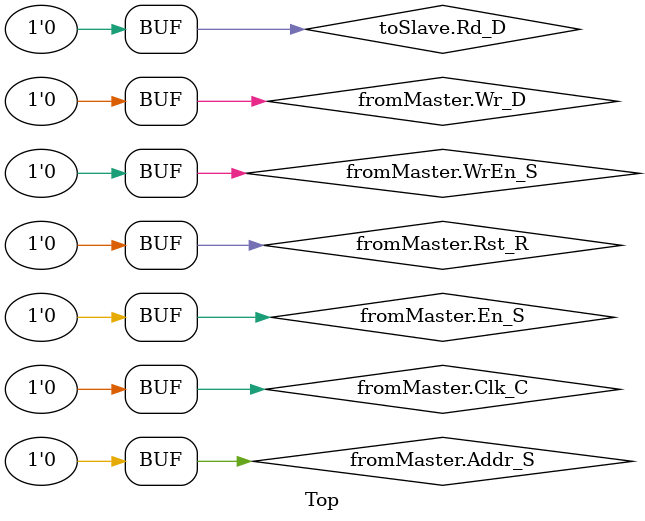
<source format=sv>

`timescale 1ns / 1ps

module Top;

  localparam integer ADDR_BITW      = 32;
  localparam integer MST_DATA_BITW  = 32;
  localparam integer SLV_DATA_BITW  = 96;

  BramPort
    #(
      .DATA_BITW(MST_DATA_BITW),
      .ADDR_BITW(ADDR_BITW)
    )
    fromMaster ();

  BramPort
    #(
      .DATA_BITW(SLV_DATA_BITW),
      .ADDR_BITW(ADDR_BITW)
    )
    toSlave ();

  BramDwc
    #(
      .ADDR_BITW      (ADDR_BITW),
      .MST_DATA_BITW  (MST_DATA_BITW),
      .SLV_DATA_BITW  (SLV_DATA_BITW)
    ) dwc (
      .FromMaster_PS  (fromMaster),
      .ToSlave_PM     (toSlave)
    );

  assign fromMaster.Clk_C   = '0;
  assign fromMaster.Rst_R   = '0;
  assign fromMaster.En_S    = '0;
  assign fromMaster.Addr_S  = '0;
  assign fromMaster.Wr_D    = '0;
  assign fromMaster.WrEn_S  = '0;

  assign toSlave.Rd_D       = '0;

endmodule

// vim: nosmartindent autoindent

</source>
